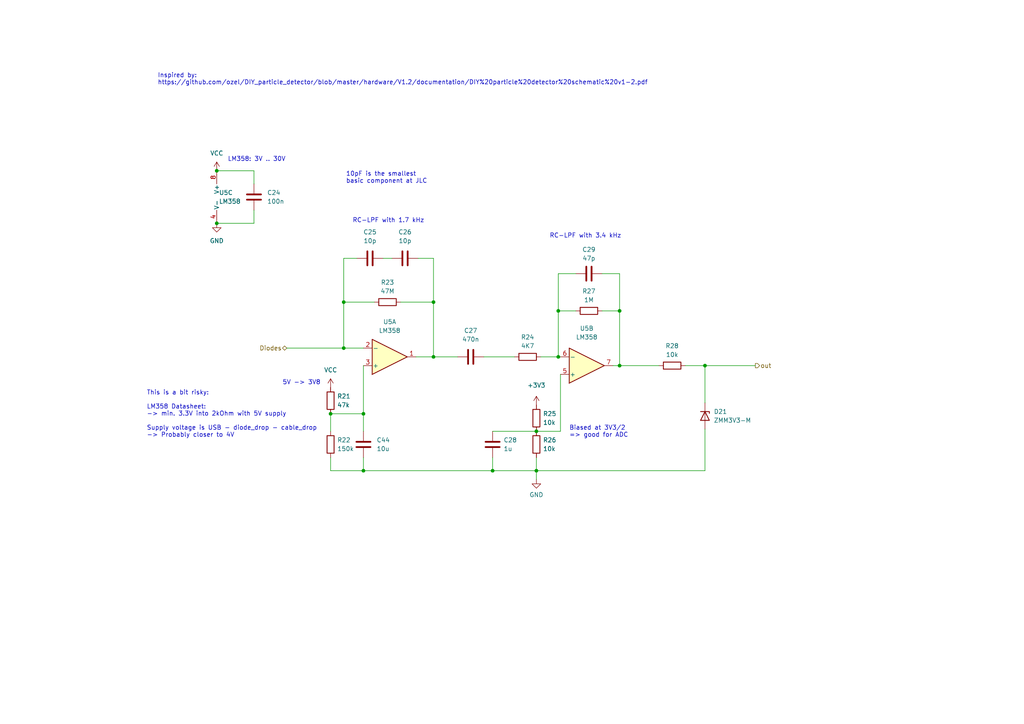
<source format=kicad_sch>
(kicad_sch (version 20230121) (generator eeschema)
  (paper "A4")
  (title_block (title "Beta Board") (date "2023-12-28") (rev "R1.1") (company "Tim Kuhlbusch") (comment 1 "Beta radiation detector"))
  (lib_symbols
    (symbol "Amplifier_Operational:LM358" (pin_names (offset 0.127))
      (property "Reference" "U" (at 0 5.08 0))
      (property "Value" "LM358" (at 0 -5.08 0))
      (symbol "LM358_1_1"
        (polyline (pts (xy -5.08 5.08) (xy 5.08 0) (xy -5.08 -5.08) (xy -5.08 5.08)) (stroke (width 0.254)) (fill (type background)))
        (pin output line (at 7.62 0 180) (length 2.54) (name "~") (number "1"))
        (pin input line (at -7.62 -2.54 0) (length 2.54) (name "-") (number "2"))
        (pin input line (at -7.62 2.54 0) (length 2.54) (name "+") (number "3"))
      )
      (symbol "LM358_2_1"
        (polyline (pts (xy -5.08 5.08) (xy 5.08 0) (xy -5.08 -5.08) (xy -5.08 5.08)) (stroke (width 0.254)) (fill (type background)))
        (pin input line (at -7.62 2.54 0) (length 2.54) (name "+") (number "5"))
        (pin input line (at -7.62 -2.54 0) (length 2.54) (name "-") (number "6"))
        (pin output line (at 7.62 0 180) (length 2.54) (name "~") (number "7"))
      )
      (symbol "LM358_3_1"
        (pin power_in line (at -2.54 -7.62 90) (length 3.81) (name "V-") (number "4"))
        (pin power_in line (at -2.54 7.62 270) (length 3.81) (name "V+") (number "8"))
      )
    )
    (symbol "Device:C" (pin_numbers hide) (pin_names (offset 0.254))
      (property "Reference" "C" (at 0.635 2.54 0))
      (property "Value" "C" (at 0.635 -2.54 0))
      (symbol "C_0_1"
        (polyline (pts (xy -2.032 -0.762) (xy 2.032 -0.762)) (stroke (width 0.508)))
        (polyline (pts (xy -2.032 0.762) (xy 2.032 0.762)) (stroke (width 0.508)))
      )
      (symbol "C_1_1"
        (pin passive line (at 0 3.81 270) (length 2.794) (name "~") (number "1"))
        (pin passive line (at 0 -3.81 90) (length 2.794) (name "~") (number "2"))
      )
    )
    (symbol "Device:R" (pin_numbers hide) (pin_names (offset 0))
      (property "Reference" "R" (at 2.032 0 90))
      (property "Value" "R" (at 0 0 90))
      (symbol "R_0_1"
        (rectangle (start -1.016 -2.54) (end 1.016 2.54) (stroke (width 0.254)))
      )
      (symbol "R_1_1"
        (pin passive line (at 0 3.81 270) (length 1.27) (name "~") (number "1"))
        (pin passive line (at 0 -3.81 90) (length 1.27) (name "~") (number "2"))
      )
    )
    (symbol "Diode:ZMMxx" (pin_numbers hide) (pin_names hide)
      (property "Reference" "D" (at 0 2.54 0))
      (property "Value" "ZMMxx" (at 0 -2.54 0))
      (symbol "ZMMxx_0_1"
        (polyline (pts (xy 1.27 0) (xy -1.27 0)))
        (polyline (pts (xy -1.27 -1.27) (xy -1.27 1.27) (xy -0.762 1.27)) (stroke (width 0.254)))
        (polyline (pts (xy 1.27 -1.27) (xy 1.27 1.27) (xy -1.27 0) (xy 1.27 -1.27)) (stroke (width 0.254)))
      )
      (symbol "ZMMxx_1_1"
        (pin passive line (at -3.81 0 0) (length 2.54) (name "K") (number "1"))
        (pin passive line (at 3.81 0 180) (length 2.54) (name "A") (number "2"))
      )
    )
    (symbol "power:+3V3" (power) (pin_names (offset 0))
      (property "Value" "+3V3" (at 0 3.556 0))
      (symbol "+3V3_0_1"
        (polyline (pts (xy -0.762 1.27) (xy 0 2.54)))
        (polyline (pts (xy 0 0) (xy 0 2.54)))
        (polyline (pts (xy 0 2.54) (xy 0.762 1.27)))
      )
      (symbol "+3V3_1_1"
        (pin power_in line (at 0 0 90) (length 0) hide (name "+3V3") (number "1"))
      )
    )
    (symbol "power:GND" (power) (pin_names (offset 0))
      (property "Value" "GND" (at 0 -3.81 0))
      (symbol "GND_0_1"
        (polyline (pts (xy 0 0) (xy 0 -1.27) (xy 1.27 -1.27) (xy 0 -2.54) (xy -1.27 -1.27) (xy 0 -1.27)))
      )
      (symbol "GND_1_1"
        (pin power_in line (at 0 0 270) (length 0) hide (name "GND") (number "1"))
      )
    )
    (symbol "power:VCC" (power) (pin_names (offset 0))
      (property "Value" "VCC" (at 0 3.81 0))
      (symbol "VCC_0_1"
        (polyline (pts (xy -0.762 1.27) (xy 0 2.54)))
        (polyline (pts (xy 0 0) (xy 0 2.54)))
        (polyline (pts (xy 0 2.54) (xy 0.762 1.27)))
      )
      (symbol "VCC_1_1"
        (pin power_in line (at 0 0 90) (length 0) hide (name "VCC") (number "1"))
      )
    )
  )
  (junction (at 155.575 125.095))
  (junction (at 142.875 136.525))
  (junction (at 62.865 49.53))
  (junction (at 161.925 103.505))
  (junction (at 125.73 87.63))
  (junction (at 99.695 100.965))
  (junction (at 161.925 90.17))
  (junction (at 179.705 90.17))
  (junction (at 155.575 136.525))
  (junction (at 105.41 120.015))
  (junction (at 204.47 106.045))
  (junction (at 95.885 120.015))
  (junction (at 105.41 136.525))
  (junction (at 125.73 103.505))
  (junction (at 179.705 106.045))
  (junction (at 99.695 87.63))
  (junction (at 62.865 64.77))
  (wire (pts (xy 62.865 49.53) (xy 73.66 49.53)))
  (wire (pts (xy 198.755 106.045) (xy 204.47 106.045)))
  (wire (pts (xy 73.66 64.77) (xy 73.66 60.96)))
  (wire (pts (xy 105.41 125.095) (xy 105.41 120.015)))
  (wire (pts (xy 162.56 125.095) (xy 162.56 108.585)))
  (wire (pts (xy 179.705 79.375) (xy 179.705 90.17)))
  (wire (pts (xy 95.885 120.015) (xy 105.41 120.015)))
  (wire (pts (xy 132.715 103.505) (xy 125.73 103.505)))
  (wire (pts (xy 108.585 87.63) (xy 99.695 87.63)))
  (wire (pts (xy 95.885 125.095) (xy 95.885 120.015)))
  (wire (pts (xy 155.575 125.095) (xy 162.56 125.095)))
  (wire (pts (xy 179.705 90.17) (xy 179.705 106.045)))
  (wire (pts (xy 73.66 49.53) (xy 73.66 53.34)))
  (wire (pts (xy 204.47 136.525) (xy 204.47 124.46)))
  (wire (pts (xy 103.505 74.93) (xy 99.695 74.93)))
  (wire (pts (xy 105.41 132.715) (xy 105.41 136.525)))
  (wire (pts (xy 167.005 90.17) (xy 161.925 90.17)))
  (wire (pts (xy 155.575 139.065) (xy 155.575 136.525)))
  (wire (pts (xy 155.575 136.525) (xy 142.875 136.525)))
  (wire (pts (xy 105.41 136.525) (xy 95.885 136.525)))
  (wire (pts (xy 155.575 136.525) (xy 204.47 136.525)))
  (wire (pts (xy 156.845 103.505) (xy 161.925 103.505)))
  (wire (pts (xy 204.47 116.84) (xy 204.47 106.045)))
  (wire (pts (xy 99.695 100.965) (xy 105.41 100.965)))
  (wire (pts (xy 174.625 79.375) (xy 179.705 79.375)))
  (wire (pts (xy 125.73 87.63) (xy 125.73 103.505)))
  (wire (pts (xy 161.925 79.375) (xy 167.005 79.375)))
  (wire (pts (xy 179.705 106.045) (xy 177.8 106.045)))
  (wire (pts (xy 155.575 136.525) (xy 155.575 132.715)))
  (wire (pts (xy 142.875 136.525) (xy 105.41 136.525)))
  (wire (pts (xy 142.875 132.715) (xy 142.875 136.525)))
  (wire (pts (xy 99.695 74.93) (xy 99.695 87.63)))
  (wire (pts (xy 161.925 103.505) (xy 162.56 103.505)))
  (wire (pts (xy 116.205 87.63) (xy 125.73 87.63)))
  (wire (pts (xy 174.625 90.17) (xy 179.705 90.17)))
  (wire (pts (xy 121.285 74.93) (xy 125.73 74.93)))
  (wire (pts (xy 120.65 103.505) (xy 125.73 103.505)))
  (wire (pts (xy 99.695 87.63) (xy 99.695 100.965)))
  (wire (pts (xy 204.47 106.045) (xy 219.075 106.045)))
  (wire (pts (xy 95.885 136.525) (xy 95.885 132.715)))
  (wire (pts (xy 179.705 106.045) (xy 191.135 106.045)))
  (wire (pts (xy 111.125 74.93) (xy 113.665 74.93)))
  (wire (pts (xy 62.865 64.77) (xy 73.66 64.77)))
  (wire (pts (xy 149.225 103.505) (xy 140.335 103.505)))
  (wire (pts (xy 142.875 125.095) (xy 155.575 125.095)))
  (wire (pts (xy 105.41 106.045) (xy 105.41 120.015)))
  (wire (pts (xy 125.73 74.93) (xy 125.73 87.63)))
  (wire (pts (xy 83.185 100.965) (xy 99.695 100.965)))
  (wire (pts (xy 161.925 90.17) (xy 161.925 103.505)))
  (wire (pts (xy 161.925 90.17) (xy 161.925 79.375)))
  (text "LM358: 3V .. 30V" (at 66.04 46.99 0) (effects (font (size 1.27 1.27)) (justify left bottom)))
  (text "RC-LPF with 3.4 kHz" (at 159.385 69.215 0) (effects (font (size 1.27 1.27)) (justify left bottom)))
  (text "Inspired by:\nhttps://github.com/ozel/DIY_particle_detector/blob/master/hardware/V1.2/documentation/DIY%20particle%20detector%20schematic%20v1-2.pdf" (at 45.72 24.765 0) (effects (font (size 1.27 1.27)) (justify left bottom)))
  (text "5V -> 3V8" (at 81.915 111.76 0) (effects (font (size 1.27 1.27)) (justify left bottom)))
  (text "RC-LPF with 1.7 kHz" (at 102.235 64.77 0) (effects (font (size 1.27 1.27)) (justify left bottom)))
  (text "10pF is the smallest\nbasic component at JLC" (at 100.33 53.34 0) (effects (font (size 1.27 1.27)) (justify left bottom)))
  (text "Biased at 3V3/2\n=> good for ADC" (at 165.1 127 0) (effects (font (size 1.27 1.27)) (justify left bottom)))
  (text "This is a bit risky:\n\nLM358 Datasheet:\n-> min. 3.3V into 2kOhm with 5V supply\n\nSupply voltage is USB - diode_drop - cable_drop\n-> Probably closer to 4V" (at 42.545 127 0) (effects (font (size 1.27 1.27)) (justify left bottom)))
  (hierarchical_label "out" (shape output) (at 219.075 106.045 0))
  (hierarchical_label "Diodes" (shape bidirectional) (at 83.185 100.965 180))
  (symbol (lib_id "Device:R") (at 112.395 87.63 270) (unit 1)
    (property "Reference" "R23" (at 112.395 81.915 90))
    (property "Value" "47M" (at 112.395 84.455 90))
    (property "Footprint" "Resistor_SMD:R_0603_1608Metric" (effects hide))
    (instances (project "betaBoard" (path "" (reference "R23") (unit 1)) (path "" (reference "R31") (unit 1)) (path "" (reference "R39") (unit 1)) (path "" (reference "R15") (unit 1))))
  )
  (symbol (lib_id "power:GND") (at 155.575 139.065 0) (unit 1)
    (property "Reference" "#PWR040" (effects hide))
    (property "Value" "GND" (at 155.575 143.51 0))
    (instances (project "betaBoard" (path "" (reference "#PWR040") (unit 1)) (path "" (reference "#PWR045") (unit 1)) (path "" (reference "#PWR050") (unit 1)) (path "" (reference "#PWR035") (unit 1))))
  )
  (symbol (lib_id "Device:C") (at 107.315 74.93 90) (unit 1)
    (property "Reference" "C25" (at 107.315 67.31 90))
    (property "Value" "10p" (at 107.315 69.85 90))
    (property "Footprint" "Capacitor_SMD:C_0603_1608Metric" (effects hide))
    (instances (project "betaBoard" (path "" (reference "C25") (unit 1)) (path "" (reference "C31") (unit 1)) (path "" (reference "C37") (unit 1)) (path "" (reference "C19") (unit 1))))
  )
  (symbol (lib_id "Amplifier_Operational:LM358") (at 113.03 103.505 0) (mirror x) (unit 1)
    (property "Reference" "U5" (at 113.03 93.345 0))
    (property "Value" "LM358" (at 113.03 95.885 0))
    (property "Footprint" "Package_SO:SOIC-8_3.9x4.9mm_P1.27mm" (effects hide))
    (property "Datasheet" "http://www.ti.com/lit/ds/symlink/lm2904-n.pdf" (effects hide))
    (instances (project "betaBoard" (path "" (reference "U5") (unit 1)) (path "" (reference "U6") (unit 1)) (path "" (reference "U7") (unit 1)) (path "" (reference "U4") (unit 1))))
  )
  (symbol (lib_id "Amplifier_Operational:LM358") (at 65.405 57.15 0) (unit 3)
    (property "Reference" "U5" (at 63.5 55.8799 0) (effects (justify left)))
    (property "Value" "LM358" (at 63.5 58.4199 0) (effects (justify left)))
    (property "Footprint" "Package_SO:SOIC-8_3.9x4.9mm_P1.27mm" (effects hide))
    (property "Datasheet" "http://www.ti.com/lit/ds/symlink/lm2904-n.pdf" (effects hide))
    (instances (project "betaBoard" (path "" (reference "U5") (unit 3)) (path "" (reference "U6") (unit 3)) (path "" (reference "U7") (unit 3)) (path "" (reference "U4") (unit 3))))
  )
  (symbol (lib_id "Device:R") (at 194.945 106.045 270) (unit 1)
    (property "Reference" "R28" (at 194.945 100.33 90))
    (property "Value" "10k" (at 194.945 102.87 90))
    (property "Footprint" "Resistor_SMD:R_0603_1608Metric" (effects hide))
    (instances (project "betaBoard" (path "" (reference "R28") (unit 1)) (path "" (reference "R36") (unit 1)) (path "" (reference "R44") (unit 1)) (path "" (reference "R20") (unit 1))))
  )
  (symbol (lib_id "Device:R") (at 95.885 116.205 0) (mirror y) (unit 1)
    (property "Reference" "R21" (at 97.79 114.935 0) (effects (justify right)))
    (property "Value" "47k" (at 97.79 117.475 0) (effects (justify right)))
    (property "Footprint" "Resistor_SMD:R_0603_1608Metric" (effects hide))
    (instances (project "betaBoard" (path "" (reference "R21") (unit 1)) (path "" (reference "R29") (unit 1)) (path "" (reference "R37") (unit 1)) (path "" (reference "R13") (unit 1))))
  )
  (symbol (lib_id "Device:R") (at 153.035 103.505 270) (unit 1)
    (property "Reference" "R24" (at 153.035 97.79 90))
    (property "Value" "4K7" (at 153.035 100.33 90))
    (property "Footprint" "Resistor_SMD:R_0603_1608Metric" (effects hide))
    (instances (project "betaBoard" (path "" (reference "R24") (unit 1)) (path "" (reference "R32") (unit 1)) (path "" (reference "R40") (unit 1)) (path "" (reference "R16") (unit 1))))
  )
  (symbol (lib_id "power:VCC") (at 62.865 49.53 0) (unit 1)
    (property "Reference" "#PWR036" (effects hide))
    (property "Value" "VCC" (at 62.865 44.45 0))
    (instances (project "betaBoard" (path "" (reference "#PWR036") (unit 1)) (path "" (reference "#PWR041") (unit 1)) (path "" (reference "#PWR046") (unit 1)) (path "" (reference "#PWR031") (unit 1))))
  )
  (symbol (lib_id "Device:R") (at 155.575 121.285 180) (unit 1)
    (property "Reference" "R25" (at 157.48 120.0149 0) (effects (justify right)))
    (property "Value" "10k" (at 157.48 122.5549 0) (effects (justify right)))
    (property "Footprint" "Resistor_SMD:R_0603_1608Metric" (effects hide))
    (instances (project "betaBoard" (path "" (reference "R25") (unit 1)) (path "" (reference "R33") (unit 1)) (path "" (reference "R41") (unit 1)) (path "" (reference "R17") (unit 1))))
  )
  (symbol (lib_id "Device:R") (at 170.815 90.17 270) (unit 1)
    (property "Reference" "R27" (at 170.815 84.455 90))
    (property "Value" "1M" (at 170.815 86.995 90))
    (property "Footprint" "Resistor_SMD:R_0603_1608Metric" (effects hide))
    (instances (project "betaBoard" (path "" (reference "R27") (unit 1)) (path "" (reference "R35") (unit 1)) (path "" (reference "R43") (unit 1)) (path "" (reference "R19") (unit 1))))
  )
  (symbol (lib_id "power:VCC") (at 95.885 112.395 0) (unit 1)
    (property "Reference" "#PWR038" (effects hide))
    (property "Value" "VCC" (at 95.885 107.315 0))
    (instances (project "betaBoard" (path "" (reference "#PWR038") (unit 1)) (path "" (reference "#PWR043") (unit 1)) (path "" (reference "#PWR048") (unit 1)) (path "" (reference "#PWR033") (unit 1))))
  )
  (symbol (lib_id "Amplifier_Operational:LM358") (at 170.18 106.045 0) (mirror x) (unit 2)
    (property "Reference" "U5" (at 170.18 95.25 0))
    (property "Value" "LM358" (at 170.18 97.79 0))
    (property "Footprint" "Package_SO:SOIC-8_3.9x4.9mm_P1.27mm" (effects hide))
    (property "Datasheet" "http://www.ti.com/lit/ds/symlink/lm2904-n.pdf" (effects hide))
    (instances (project "betaBoard" (path "" (reference "U5") (unit 2)) (path "" (reference "U6") (unit 2)) (path "" (reference "U7") (unit 2)) (path "" (reference "U4") (unit 2))))
  )
  (symbol (lib_id "Diode:ZMMxx") (at 204.47 120.65 270) (unit 1)
    (property "Reference" "D21" (at 207.01 119.3799 90) (effects (justify left)))
    (property "Value" "ZMM3V3-M" (at 207.01 121.9199 90) (effects (justify left)))
    (property "Footprint" "Diode_SMD:D_MiniMELF" (effects hide))
    (property "Datasheet" "https://diotec.com/tl_files/diotec/files/pdf/datasheets/zmm1.pdf" (effects hide))
    (instances (project "betaBoard" (path "" (reference "D21") (unit 1)) (path "" (reference "D22") (unit 1)) (path "" (reference "D23") (unit 1)) (path "" (reference "D20") (unit 1))))
  )
  (symbol (lib_id "Device:R") (at 95.885 128.905 0) (mirror y) (unit 1)
    (property "Reference" "R22" (at 97.79 127.635 0) (effects (justify right)))
    (property "Value" "150k" (at 97.79 130.175 0) (effects (justify right)))
    (property "Footprint" "Resistor_SMD:R_0603_1608Metric" (effects hide))
    (instances (project "betaBoard" (path "" (reference "R22") (unit 1)) (path "" (reference "R30") (unit 1)) (path "" (reference "R38") (unit 1)) (path "" (reference "R14") (unit 1))))
  )
  (symbol (lib_id "Device:C") (at 117.475 74.93 90) (unit 1)
    (property "Reference" "C26" (at 117.475 67.31 90))
    (property "Value" "10p" (at 117.475 69.85 90))
    (property "Footprint" "Capacitor_SMD:C_0603_1608Metric" (effects hide))
    (instances (project "betaBoard" (path "" (reference "C26") (unit 1)) (path "" (reference "C32") (unit 1)) (path "" (reference "C38") (unit 1)) (path "" (reference "C20") (unit 1))))
  )
  (symbol (lib_id "Device:C") (at 73.66 57.15 0) (unit 1)
    (property "Reference" "C24" (at 77.47 55.8799 0) (effects (justify left)))
    (property "Value" "100n" (at 77.47 58.4199 0) (effects (justify left)))
    (property "Footprint" "Capacitor_SMD:C_0603_1608Metric" (effects hide))
    (instances (project "betaBoard" (path "" (reference "C24") (unit 1)) (path "" (reference "C30") (unit 1)) (path "" (reference "C36") (unit 1)) (path "" (reference "C18") (unit 1))))
  )
  (symbol (lib_id "power:+3V3") (at 155.575 117.475 0) (unit 1)
    (property "Reference" "#PWR039" (effects hide))
    (property "Value" "+3V3" (at 155.575 111.76 0))
    (instances (project "betaBoard" (path "" (reference "#PWR039") (unit 1)) (path "" (reference "#PWR044") (unit 1)) (path "" (reference "#PWR049") (unit 1)) (path "" (reference "#PWR034") (unit 1))))
  )
  (symbol (lib_id "Device:C") (at 105.41 128.905 0) (unit 1)
    (property "Reference" "C44" (at 109.22 127.635 0) (effects (justify left)))
    (property "Value" "10u" (at 109.22 130.175 0) (effects (justify left)))
    (property "Footprint" "Capacitor_SMD:C_0603_1608Metric" (effects hide))
    (instances (project "betaBoard" (path "" (reference "C44") (unit 1)) (path "" (reference "C45") (unit 1)) (path "" (reference "C46") (unit 1)) (path "" (reference "C47") (unit 1))))
  )
  (symbol (lib_id "Device:R") (at 155.575 128.905 180) (unit 1)
    (property "Reference" "R26" (at 157.48 127.6349 0) (effects (justify right)))
    (property "Value" "10k" (at 157.48 130.1749 0) (effects (justify right)))
    (property "Footprint" "Resistor_SMD:R_0603_1608Metric" (effects hide))
    (instances (project "betaBoard" (path "" (reference "R26") (unit 1)) (path "" (reference "R34") (unit 1)) (path "" (reference "R42") (unit 1)) (path "" (reference "R18") (unit 1))))
  )
  (symbol (lib_id "power:GND") (at 62.865 64.77 0) (unit 1)
    (property "Reference" "#PWR037" (effects hide))
    (property "Value" "GND" (at 62.865 69.85 0))
    (instances (project "betaBoard" (path "" (reference "#PWR037") (unit 1)) (path "" (reference "#PWR042") (unit 1)) (path "" (reference "#PWR047") (unit 1)) (path "" (reference "#PWR032") (unit 1))))
  )
  (symbol (lib_id "Device:C") (at 142.875 128.905 0) (unit 1)
    (property "Reference" "C28" (at 146.05 127.635 0) (effects (justify left)))
    (property "Value" "1u" (at 146.05 130.175 0) (effects (justify left)))
    (property "Footprint" "Capacitor_SMD:C_0603_1608Metric" (effects hide))
    (instances (project "betaBoard" (path "" (reference "C28") (unit 1)) (path "" (reference "C34") (unit 1)) (path "" (reference "C40") (unit 1)) (path "" (reference "C22") (unit 1))))
  )
  (symbol (lib_id "Device:C") (at 170.815 79.375 90) (mirror x) (unit 1)
    (property "Reference" "C29" (at 170.815 72.39 90))
    (property "Value" "47p" (at 170.815 74.93 90))
    (property "Footprint" "Capacitor_SMD:C_0603_1608Metric" (effects hide))
    (instances (project "betaBoard" (path "" (reference "C29") (unit 1)) (path "" (reference "C35") (unit 1)) (path "" (reference "C41") (unit 1)) (path "" (reference "C23") (unit 1))))
  )
  (symbol (lib_id "Device:C") (at 136.525 103.505 90) (mirror x) (unit 1)
    (property "Reference" "C27" (at 136.525 95.885 90))
    (property "Value" "470n" (at 136.525 98.425 90))
    (property "Footprint" "Capacitor_SMD:C_0603_1608Metric" (effects hide))
    (instances (project "betaBoard" (path "" (reference "C27") (unit 1)) (path "" (reference "C33") (unit 1)) (path "" (reference "C39") (unit 1)) (path "" (reference "C21") (unit 1))))
  )
)
</source>
